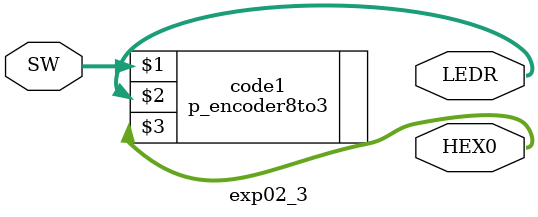
<source format=v>


module exp02_3(

	//////////// SW //////////
	input 		     [7:0]		SW,

	//////////// LED //////////
	output		     [3:0]		LEDR,

	//////////// Seg7 //////////
	output		     [6:0]		HEX0
);



//=======================================================
//  REG/WIRE declarations
//=======================================================

p_encoder8to3 code1(SW, LEDR, HEX0);

//=======================================================
//  Structural coding
//=======================================================



endmodule

</source>
